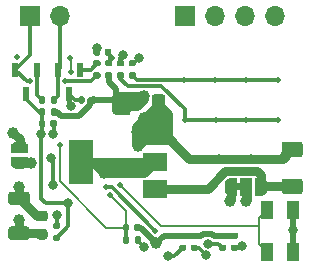
<source format=gbr>
%TF.GenerationSoftware,KiCad,Pcbnew,5.1.9*%
%TF.CreationDate,2021-01-20T22:35:35+01:00*%
%TF.ProjectId,wi-se-rewirable,77692d73-652d-4726-9577-697261626c65,rev?*%
%TF.SameCoordinates,Original*%
%TF.FileFunction,Copper,L4,Bot*%
%TF.FilePolarity,Positive*%
%FSLAX46Y46*%
G04 Gerber Fmt 4.6, Leading zero omitted, Abs format (unit mm)*
G04 Created by KiCad (PCBNEW 5.1.9) date 2021-01-20 22:35:35*
%MOMM*%
%LPD*%
G01*
G04 APERTURE LIST*
%TA.AperFunction,EtchedComponent*%
%ADD10C,0.100000*%
%TD*%
%TA.AperFunction,SMDPad,CuDef*%
%ADD11C,0.100000*%
%TD*%
%TA.AperFunction,SMDPad,CuDef*%
%ADD12R,1.000000X1.500000*%
%TD*%
%TA.AperFunction,ComponentPad*%
%ADD13R,1.700000X1.700000*%
%TD*%
%TA.AperFunction,ComponentPad*%
%ADD14O,1.700000X1.700000*%
%TD*%
%TA.AperFunction,SMDPad,CuDef*%
%ADD15R,0.568000X1.207999*%
%TD*%
%TA.AperFunction,SMDPad,CuDef*%
%ADD16R,2.000000X3.800000*%
%TD*%
%TA.AperFunction,SMDPad,CuDef*%
%ADD17R,2.000000X1.500000*%
%TD*%
%TA.AperFunction,ViaPad*%
%ADD18C,1.000000*%
%TD*%
%TA.AperFunction,ViaPad*%
%ADD19C,0.800000*%
%TD*%
%TA.AperFunction,ViaPad*%
%ADD20C,0.500000*%
%TD*%
%TA.AperFunction,Conductor*%
%ADD21C,0.750000*%
%TD*%
%TA.AperFunction,Conductor*%
%ADD22C,0.500000*%
%TD*%
%TA.AperFunction,Conductor*%
%ADD23C,0.300000*%
%TD*%
%TA.AperFunction,Conductor*%
%ADD24C,0.200000*%
%TD*%
G04 APERTURE END LIST*
D10*
%TO.C,JP17*%
G36*
X122170000Y-79760000D02*
G01*
X122670000Y-79760000D01*
X122670000Y-79160000D01*
X122170000Y-79160000D01*
X122170000Y-79760000D01*
G37*
%TD*%
%TA.AperFunction,SMDPad,CuDef*%
D11*
%TO.P,JP17,3*%
%TO.N,Net-(C1-Pad1)*%
G36*
X124370000Y-78710602D02*
G01*
X124394534Y-78710602D01*
X124443365Y-78715412D01*
X124491490Y-78724984D01*
X124538445Y-78739228D01*
X124583778Y-78758005D01*
X124627051Y-78781136D01*
X124667850Y-78808396D01*
X124705779Y-78839524D01*
X124740476Y-78874221D01*
X124771604Y-78912150D01*
X124798864Y-78952949D01*
X124821995Y-78996222D01*
X124840772Y-79041555D01*
X124855016Y-79088510D01*
X124864588Y-79136635D01*
X124869398Y-79185466D01*
X124869398Y-79210000D01*
X124870000Y-79210000D01*
X124870000Y-79710000D01*
X124869398Y-79710000D01*
X124869398Y-79734534D01*
X124864588Y-79783365D01*
X124855016Y-79831490D01*
X124840772Y-79878445D01*
X124821995Y-79923778D01*
X124798864Y-79967051D01*
X124771604Y-80007850D01*
X124740476Y-80045779D01*
X124705779Y-80080476D01*
X124667850Y-80111604D01*
X124627051Y-80138864D01*
X124583778Y-80161995D01*
X124538445Y-80180772D01*
X124491490Y-80195016D01*
X124443365Y-80204588D01*
X124394534Y-80209398D01*
X124370000Y-80209398D01*
X124370000Y-80210000D01*
X123820000Y-80210000D01*
X123820000Y-78710000D01*
X124370000Y-78710000D01*
X124370000Y-78710602D01*
G37*
%TD.AperFunction*%
D12*
%TO.P,JP17,2*%
%TO.N,VCC*%
X123070000Y-79460000D03*
%TA.AperFunction,SMDPad,CuDef*%
D11*
%TO.P,JP17,1*%
%TO.N,+3V3*%
G36*
X122320000Y-80210000D02*
G01*
X121770000Y-80210000D01*
X121770000Y-80209398D01*
X121745466Y-80209398D01*
X121696635Y-80204588D01*
X121648510Y-80195016D01*
X121601555Y-80180772D01*
X121556222Y-80161995D01*
X121512949Y-80138864D01*
X121472150Y-80111604D01*
X121434221Y-80080476D01*
X121399524Y-80045779D01*
X121368396Y-80007850D01*
X121341136Y-79967051D01*
X121318005Y-79923778D01*
X121299228Y-79878445D01*
X121284984Y-79831490D01*
X121275412Y-79783365D01*
X121270602Y-79734534D01*
X121270602Y-79710000D01*
X121270000Y-79710000D01*
X121270000Y-79210000D01*
X121270602Y-79210000D01*
X121270602Y-79185466D01*
X121275412Y-79136635D01*
X121284984Y-79088510D01*
X121299228Y-79041555D01*
X121318005Y-78996222D01*
X121341136Y-78952949D01*
X121368396Y-78912150D01*
X121399524Y-78874221D01*
X121434221Y-78839524D01*
X121472150Y-78808396D01*
X121512949Y-78781136D01*
X121556222Y-78758005D01*
X121601555Y-78739228D01*
X121648510Y-78724984D01*
X121696635Y-78715412D01*
X121745466Y-78710602D01*
X121770000Y-78710602D01*
X121770000Y-78710000D01*
X122320000Y-78710000D01*
X122320000Y-80210000D01*
G37*
%TD.AperFunction*%
%TD*%
%TO.P,C1,2*%
%TO.N,GND*%
%TA.AperFunction,SMDPad,CuDef*%
G36*
G01*
X127640002Y-76950000D02*
X126339998Y-76950000D01*
G75*
G02*
X126090000Y-76700002I0J249998D01*
G01*
X126090000Y-75874998D01*
G75*
G02*
X126339998Y-75625000I249998J0D01*
G01*
X127640002Y-75625000D01*
G75*
G02*
X127890000Y-75874998I0J-249998D01*
G01*
X127890000Y-76700002D01*
G75*
G02*
X127640002Y-76950000I-249998J0D01*
G01*
G37*
%TD.AperFunction*%
%TO.P,C1,1*%
%TO.N,Net-(C1-Pad1)*%
%TA.AperFunction,SMDPad,CuDef*%
G36*
G01*
X127640002Y-80075000D02*
X126339998Y-80075000D01*
G75*
G02*
X126090000Y-79825002I0J249998D01*
G01*
X126090000Y-78999998D01*
G75*
G02*
X126339998Y-78750000I249998J0D01*
G01*
X127640002Y-78750000D01*
G75*
G02*
X127890000Y-78999998I0J-249998D01*
G01*
X127890000Y-79825002D01*
G75*
G02*
X127640002Y-80075000I-249998J0D01*
G01*
G37*
%TD.AperFunction*%
%TD*%
%TO.P,C2,1*%
%TO.N,+3V3*%
%TA.AperFunction,SMDPad,CuDef*%
G36*
G01*
X112150000Y-73150001D02*
X112150000Y-71849999D01*
G75*
G02*
X112399999Y-71600000I249999J0D01*
G01*
X113050001Y-71600000D01*
G75*
G02*
X113300000Y-71849999I0J-249999D01*
G01*
X113300000Y-73150001D01*
G75*
G02*
X113050001Y-73400000I-249999J0D01*
G01*
X112399999Y-73400000D01*
G75*
G02*
X112150000Y-73150001I0J249999D01*
G01*
G37*
%TD.AperFunction*%
%TO.P,C2,2*%
%TO.N,GND*%
%TA.AperFunction,SMDPad,CuDef*%
G36*
G01*
X115100000Y-73150001D02*
X115100000Y-71849999D01*
G75*
G02*
X115349999Y-71600000I249999J0D01*
G01*
X116000001Y-71600000D01*
G75*
G02*
X116250000Y-71849999I0J-249999D01*
G01*
X116250000Y-73150001D01*
G75*
G02*
X116000001Y-73400000I-249999J0D01*
G01*
X115349999Y-73400000D01*
G75*
G02*
X115100000Y-73150001I0J249999D01*
G01*
G37*
%TD.AperFunction*%
%TD*%
%TO.P,C5,2*%
%TO.N,GND*%
%TA.AperFunction,SMDPad,CuDef*%
G36*
G01*
X104500001Y-81000000D02*
X103199999Y-81000000D01*
G75*
G02*
X102950000Y-80750001I0J249999D01*
G01*
X102950000Y-80099999D01*
G75*
G02*
X103199999Y-79850000I249999J0D01*
G01*
X104500001Y-79850000D01*
G75*
G02*
X104750000Y-80099999I0J-249999D01*
G01*
X104750000Y-80750001D01*
G75*
G02*
X104500001Y-81000000I-249999J0D01*
G01*
G37*
%TD.AperFunction*%
%TO.P,C5,1*%
%TO.N,+3V3*%
%TA.AperFunction,SMDPad,CuDef*%
G36*
G01*
X104500001Y-83950000D02*
X103199999Y-83950000D01*
G75*
G02*
X102950000Y-83700001I0J249999D01*
G01*
X102950000Y-83049999D01*
G75*
G02*
X103199999Y-82800000I249999J0D01*
G01*
X104500001Y-82800000D01*
G75*
G02*
X104750000Y-83049999I0J-249999D01*
G01*
X104750000Y-83700001D01*
G75*
G02*
X104500001Y-83950000I-249999J0D01*
G01*
G37*
%TD.AperFunction*%
%TD*%
%TO.P,C6,1*%
%TO.N,+3V3*%
%TA.AperFunction,SMDPad,CuDef*%
G36*
G01*
X106050000Y-83925000D02*
X105550000Y-83925000D01*
G75*
G02*
X105325000Y-83700000I0J225000D01*
G01*
X105325000Y-83250000D01*
G75*
G02*
X105550000Y-83025000I225000J0D01*
G01*
X106050000Y-83025000D01*
G75*
G02*
X106275000Y-83250000I0J-225000D01*
G01*
X106275000Y-83700000D01*
G75*
G02*
X106050000Y-83925000I-225000J0D01*
G01*
G37*
%TD.AperFunction*%
%TO.P,C6,2*%
%TO.N,GND*%
%TA.AperFunction,SMDPad,CuDef*%
G36*
G01*
X106050000Y-82375000D02*
X105550000Y-82375000D01*
G75*
G02*
X105325000Y-82150000I0J225000D01*
G01*
X105325000Y-81700000D01*
G75*
G02*
X105550000Y-81475000I225000J0D01*
G01*
X106050000Y-81475000D01*
G75*
G02*
X106275000Y-81700000I0J-225000D01*
G01*
X106275000Y-82150000D01*
G75*
G02*
X106050000Y-82375000I-225000J0D01*
G01*
G37*
%TD.AperFunction*%
%TD*%
%TO.P,C7,1*%
%TO.N,BOOT0*%
%TA.AperFunction,SMDPad,CuDef*%
G36*
G01*
X112640000Y-83070000D02*
X112640000Y-82730000D01*
G75*
G02*
X112780000Y-82590000I140000J0D01*
G01*
X113060000Y-82590000D01*
G75*
G02*
X113200000Y-82730000I0J-140000D01*
G01*
X113200000Y-83070000D01*
G75*
G02*
X113060000Y-83210000I-140000J0D01*
G01*
X112780000Y-83210000D01*
G75*
G02*
X112640000Y-83070000I0J140000D01*
G01*
G37*
%TD.AperFunction*%
%TO.P,C7,2*%
%TO.N,GND*%
%TA.AperFunction,SMDPad,CuDef*%
G36*
G01*
X113600000Y-83070000D02*
X113600000Y-82730000D01*
G75*
G02*
X113740000Y-82590000I140000J0D01*
G01*
X114020000Y-82590000D01*
G75*
G02*
X114160000Y-82730000I0J-140000D01*
G01*
X114160000Y-83070000D01*
G75*
G02*
X114020000Y-83210000I-140000J0D01*
G01*
X113740000Y-83210000D01*
G75*
G02*
X113600000Y-83070000I0J140000D01*
G01*
G37*
%TD.AperFunction*%
%TD*%
%TO.P,C8,2*%
%TO.N,GND*%
%TA.AperFunction,SMDPad,CuDef*%
G36*
G01*
X106500000Y-74270000D02*
X106500000Y-73930000D01*
G75*
G02*
X106640000Y-73790000I140000J0D01*
G01*
X106920000Y-73790000D01*
G75*
G02*
X107060000Y-73930000I0J-140000D01*
G01*
X107060000Y-74270000D01*
G75*
G02*
X106920000Y-74410000I-140000J0D01*
G01*
X106640000Y-74410000D01*
G75*
G02*
X106500000Y-74270000I0J140000D01*
G01*
G37*
%TD.AperFunction*%
%TO.P,C8,1*%
%TO.N,EN*%
%TA.AperFunction,SMDPad,CuDef*%
G36*
G01*
X105540000Y-74270000D02*
X105540000Y-73930000D01*
G75*
G02*
X105680000Y-73790000I140000J0D01*
G01*
X105960000Y-73790000D01*
G75*
G02*
X106100000Y-73930000I0J-140000D01*
G01*
X106100000Y-74270000D01*
G75*
G02*
X105960000Y-74410000I-140000J0D01*
G01*
X105680000Y-74410000D01*
G75*
G02*
X105540000Y-74270000I0J140000D01*
G01*
G37*
%TD.AperFunction*%
%TD*%
%TO.P,C9,1*%
%TO.N,RST*%
%TA.AperFunction,SMDPad,CuDef*%
G36*
G01*
X111660000Y-67880000D02*
X111660000Y-68220000D01*
G75*
G02*
X111520000Y-68360000I-140000J0D01*
G01*
X111240000Y-68360000D01*
G75*
G02*
X111100000Y-68220000I0J140000D01*
G01*
X111100000Y-67880000D01*
G75*
G02*
X111240000Y-67740000I140000J0D01*
G01*
X111520000Y-67740000D01*
G75*
G02*
X111660000Y-67880000I0J-140000D01*
G01*
G37*
%TD.AperFunction*%
%TO.P,C9,2*%
%TO.N,GND*%
%TA.AperFunction,SMDPad,CuDef*%
G36*
G01*
X110700000Y-67880000D02*
X110700000Y-68220000D01*
G75*
G02*
X110560000Y-68360000I-140000J0D01*
G01*
X110280000Y-68360000D01*
G75*
G02*
X110140000Y-68220000I0J140000D01*
G01*
X110140000Y-67880000D01*
G75*
G02*
X110280000Y-67740000I140000J0D01*
G01*
X110560000Y-67740000D01*
G75*
G02*
X110700000Y-67880000I0J-140000D01*
G01*
G37*
%TD.AperFunction*%
%TD*%
D13*
%TO.P,J1,1*%
%TO.N,RTS*%
X104750000Y-65000000D03*
D14*
%TO.P,J1,2*%
%TO.N,DTR*%
X107290000Y-65000000D03*
%TD*%
D13*
%TO.P,J2,1*%
%TO.N,LINE1*%
X117920000Y-65000000D03*
D14*
%TO.P,J2,2*%
%TO.N,LINE2*%
X120460000Y-65000000D03*
%TO.P,J2,3*%
%TO.N,LINE3*%
X123000000Y-65000000D03*
%TO.P,J2,4*%
%TO.N,LINE4*%
X125540000Y-65000000D03*
%TD*%
D15*
%TO.P,Q1,3*%
%TO.N,EN*%
X104450000Y-71571000D03*
%TO.P,Q1,2*%
%TO.N,Net-(Q1-Pad2)*%
X105400001Y-69529001D03*
%TO.P,Q1,1*%
%TO.N,RTS*%
X103499999Y-69529001D03*
%TD*%
%TO.P,Q2,1*%
%TO.N,DTR*%
X107149999Y-69529001D03*
%TO.P,Q2,2*%
%TO.N,Net-(Q2-Pad2)*%
X109050001Y-69529001D03*
%TO.P,Q2,3*%
%TO.N,BOOT0*%
X108100000Y-71571000D03*
%TD*%
%TO.P,R1,1*%
%TO.N,GND*%
%TA.AperFunction,SMDPad,CuDef*%
G36*
G01*
X117515000Y-83330000D02*
X117885000Y-83330000D01*
G75*
G02*
X118020000Y-83465000I0J-135000D01*
G01*
X118020000Y-83735000D01*
G75*
G02*
X117885000Y-83870000I-135000J0D01*
G01*
X117515000Y-83870000D01*
G75*
G02*
X117380000Y-83735000I0J135000D01*
G01*
X117380000Y-83465000D01*
G75*
G02*
X117515000Y-83330000I135000J0D01*
G01*
G37*
%TD.AperFunction*%
%TO.P,R1,2*%
%TO.N,Net-(D1-Pad1)*%
%TA.AperFunction,SMDPad,CuDef*%
G36*
G01*
X117515000Y-84350000D02*
X117885000Y-84350000D01*
G75*
G02*
X118020000Y-84485000I0J-135000D01*
G01*
X118020000Y-84755000D01*
G75*
G02*
X117885000Y-84890000I-135000J0D01*
G01*
X117515000Y-84890000D01*
G75*
G02*
X117380000Y-84755000I0J135000D01*
G01*
X117380000Y-84485000D01*
G75*
G02*
X117515000Y-84350000I135000J0D01*
G01*
G37*
%TD.AperFunction*%
%TD*%
%TO.P,R2,2*%
%TO.N,Net-(D2-Pad1)*%
%TA.AperFunction,SMDPad,CuDef*%
G36*
G01*
X118515000Y-84340000D02*
X118885000Y-84340000D01*
G75*
G02*
X119020000Y-84475000I0J-135000D01*
G01*
X119020000Y-84745000D01*
G75*
G02*
X118885000Y-84880000I-135000J0D01*
G01*
X118515000Y-84880000D01*
G75*
G02*
X118380000Y-84745000I0J135000D01*
G01*
X118380000Y-84475000D01*
G75*
G02*
X118515000Y-84340000I135000J0D01*
G01*
G37*
%TD.AperFunction*%
%TO.P,R2,1*%
%TO.N,GND*%
%TA.AperFunction,SMDPad,CuDef*%
G36*
G01*
X118515000Y-83320000D02*
X118885000Y-83320000D01*
G75*
G02*
X119020000Y-83455000I0J-135000D01*
G01*
X119020000Y-83725000D01*
G75*
G02*
X118885000Y-83860000I-135000J0D01*
G01*
X118515000Y-83860000D01*
G75*
G02*
X118380000Y-83725000I0J135000D01*
G01*
X118380000Y-83455000D01*
G75*
G02*
X118515000Y-83320000I135000J0D01*
G01*
G37*
%TD.AperFunction*%
%TD*%
%TO.P,R3,2*%
%TO.N,Net-(D3-Pad1)*%
%TA.AperFunction,SMDPad,CuDef*%
G36*
G01*
X121915000Y-84350000D02*
X122285000Y-84350000D01*
G75*
G02*
X122420000Y-84485000I0J-135000D01*
G01*
X122420000Y-84755000D01*
G75*
G02*
X122285000Y-84890000I-135000J0D01*
G01*
X121915000Y-84890000D01*
G75*
G02*
X121780000Y-84755000I0J135000D01*
G01*
X121780000Y-84485000D01*
G75*
G02*
X121915000Y-84350000I135000J0D01*
G01*
G37*
%TD.AperFunction*%
%TO.P,R3,1*%
%TO.N,GND*%
%TA.AperFunction,SMDPad,CuDef*%
G36*
G01*
X121915000Y-83330000D02*
X122285000Y-83330000D01*
G75*
G02*
X122420000Y-83465000I0J-135000D01*
G01*
X122420000Y-83735000D01*
G75*
G02*
X122285000Y-83870000I-135000J0D01*
G01*
X121915000Y-83870000D01*
G75*
G02*
X121780000Y-83735000I0J135000D01*
G01*
X121780000Y-83465000D01*
G75*
G02*
X121915000Y-83330000I135000J0D01*
G01*
G37*
%TD.AperFunction*%
%TD*%
%TO.P,R4,2*%
%TO.N,Net-(D4-Pad1)*%
%TA.AperFunction,SMDPad,CuDef*%
G36*
G01*
X120915000Y-84350000D02*
X121285000Y-84350000D01*
G75*
G02*
X121420000Y-84485000I0J-135000D01*
G01*
X121420000Y-84755000D01*
G75*
G02*
X121285000Y-84890000I-135000J0D01*
G01*
X120915000Y-84890000D01*
G75*
G02*
X120780000Y-84755000I0J135000D01*
G01*
X120780000Y-84485000D01*
G75*
G02*
X120915000Y-84350000I135000J0D01*
G01*
G37*
%TD.AperFunction*%
%TO.P,R4,1*%
%TO.N,GND*%
%TA.AperFunction,SMDPad,CuDef*%
G36*
G01*
X120915000Y-83330000D02*
X121285000Y-83330000D01*
G75*
G02*
X121420000Y-83465000I0J-135000D01*
G01*
X121420000Y-83735000D01*
G75*
G02*
X121285000Y-83870000I-135000J0D01*
G01*
X120915000Y-83870000D01*
G75*
G02*
X120780000Y-83735000I0J135000D01*
G01*
X120780000Y-83465000D01*
G75*
G02*
X120915000Y-83330000I135000J0D01*
G01*
G37*
%TD.AperFunction*%
%TD*%
%TO.P,R5,1*%
%TO.N,+3V3*%
%TA.AperFunction,SMDPad,CuDef*%
G36*
G01*
X110430000Y-71915000D02*
X110430000Y-72285000D01*
G75*
G02*
X110295000Y-72420000I-135000J0D01*
G01*
X110025000Y-72420000D01*
G75*
G02*
X109890000Y-72285000I0J135000D01*
G01*
X109890000Y-71915000D01*
G75*
G02*
X110025000Y-71780000I135000J0D01*
G01*
X110295000Y-71780000D01*
G75*
G02*
X110430000Y-71915000I0J-135000D01*
G01*
G37*
%TD.AperFunction*%
%TO.P,R5,2*%
%TO.N,BOOT0*%
%TA.AperFunction,SMDPad,CuDef*%
G36*
G01*
X109410000Y-71915000D02*
X109410000Y-72285000D01*
G75*
G02*
X109275000Y-72420000I-135000J0D01*
G01*
X109005000Y-72420000D01*
G75*
G02*
X108870000Y-72285000I0J135000D01*
G01*
X108870000Y-71915000D01*
G75*
G02*
X109005000Y-71780000I135000J0D01*
G01*
X109275000Y-71780000D01*
G75*
G02*
X109410000Y-71915000I0J-135000D01*
G01*
G37*
%TD.AperFunction*%
%TD*%
%TO.P,R6,2*%
%TO.N,EN*%
%TA.AperFunction,SMDPad,CuDef*%
G36*
G01*
X106060000Y-72915000D02*
X106060000Y-73285000D01*
G75*
G02*
X105925000Y-73420000I-135000J0D01*
G01*
X105655000Y-73420000D01*
G75*
G02*
X105520000Y-73285000I0J135000D01*
G01*
X105520000Y-72915000D01*
G75*
G02*
X105655000Y-72780000I135000J0D01*
G01*
X105925000Y-72780000D01*
G75*
G02*
X106060000Y-72915000I0J-135000D01*
G01*
G37*
%TD.AperFunction*%
%TO.P,R6,1*%
%TO.N,+3V3*%
%TA.AperFunction,SMDPad,CuDef*%
G36*
G01*
X107080000Y-72915000D02*
X107080000Y-73285000D01*
G75*
G02*
X106945000Y-73420000I-135000J0D01*
G01*
X106675000Y-73420000D01*
G75*
G02*
X106540000Y-73285000I0J135000D01*
G01*
X106540000Y-72915000D01*
G75*
G02*
X106675000Y-72780000I135000J0D01*
G01*
X106945000Y-72780000D01*
G75*
G02*
X107080000Y-72915000I0J-135000D01*
G01*
G37*
%TD.AperFunction*%
%TD*%
%TO.P,R7,1*%
%TO.N,+3V3*%
%TA.AperFunction,SMDPad,CuDef*%
G36*
G01*
X111635000Y-70280000D02*
X111265000Y-70280000D01*
G75*
G02*
X111130000Y-70145000I0J135000D01*
G01*
X111130000Y-69875000D01*
G75*
G02*
X111265000Y-69740000I135000J0D01*
G01*
X111635000Y-69740000D01*
G75*
G02*
X111770000Y-69875000I0J-135000D01*
G01*
X111770000Y-70145000D01*
G75*
G02*
X111635000Y-70280000I-135000J0D01*
G01*
G37*
%TD.AperFunction*%
%TO.P,R7,2*%
%TO.N,RST*%
%TA.AperFunction,SMDPad,CuDef*%
G36*
G01*
X111635000Y-69260000D02*
X111265000Y-69260000D01*
G75*
G02*
X111130000Y-69125000I0J135000D01*
G01*
X111130000Y-68855000D01*
G75*
G02*
X111265000Y-68720000I135000J0D01*
G01*
X111635000Y-68720000D01*
G75*
G02*
X111770000Y-68855000I0J-135000D01*
G01*
X111770000Y-69125000D01*
G75*
G02*
X111635000Y-69260000I-135000J0D01*
G01*
G37*
%TD.AperFunction*%
%TD*%
%TO.P,R8,2*%
%TO.N,DTR*%
%TA.AperFunction,SMDPad,CuDef*%
G36*
G01*
X106540000Y-72285000D02*
X106540000Y-71915000D01*
G75*
G02*
X106675000Y-71780000I135000J0D01*
G01*
X106945000Y-71780000D01*
G75*
G02*
X107080000Y-71915000I0J-135000D01*
G01*
X107080000Y-72285000D01*
G75*
G02*
X106945000Y-72420000I-135000J0D01*
G01*
X106675000Y-72420000D01*
G75*
G02*
X106540000Y-72285000I0J135000D01*
G01*
G37*
%TD.AperFunction*%
%TO.P,R8,1*%
%TO.N,Net-(Q1-Pad2)*%
%TA.AperFunction,SMDPad,CuDef*%
G36*
G01*
X105520000Y-72285000D02*
X105520000Y-71915000D01*
G75*
G02*
X105655000Y-71780000I135000J0D01*
G01*
X105925000Y-71780000D01*
G75*
G02*
X106060000Y-71915000I0J-135000D01*
G01*
X106060000Y-72285000D01*
G75*
G02*
X105925000Y-72420000I-135000J0D01*
G01*
X105655000Y-72420000D01*
G75*
G02*
X105520000Y-72285000I0J135000D01*
G01*
G37*
%TD.AperFunction*%
%TD*%
%TO.P,R9,1*%
%TO.N,Net-(Q2-Pad2)*%
%TA.AperFunction,SMDPad,CuDef*%
G36*
G01*
X110265000Y-68720000D02*
X110635000Y-68720000D01*
G75*
G02*
X110770000Y-68855000I0J-135000D01*
G01*
X110770000Y-69125000D01*
G75*
G02*
X110635000Y-69260000I-135000J0D01*
G01*
X110265000Y-69260000D01*
G75*
G02*
X110130000Y-69125000I0J135000D01*
G01*
X110130000Y-68855000D01*
G75*
G02*
X110265000Y-68720000I135000J0D01*
G01*
G37*
%TD.AperFunction*%
%TO.P,R9,2*%
%TO.N,RTS*%
%TA.AperFunction,SMDPad,CuDef*%
G36*
G01*
X110265000Y-69740000D02*
X110635000Y-69740000D01*
G75*
G02*
X110770000Y-69875000I0J-135000D01*
G01*
X110770000Y-70145000D01*
G75*
G02*
X110635000Y-70280000I-135000J0D01*
G01*
X110265000Y-70280000D01*
G75*
G02*
X110130000Y-70145000I0J135000D01*
G01*
X110130000Y-69875000D01*
G75*
G02*
X110265000Y-69740000I135000J0D01*
G01*
G37*
%TD.AperFunction*%
%TD*%
%TO.P,R11,1*%
%TO.N,Net-(R11-Pad1)*%
%TA.AperFunction,SMDPad,CuDef*%
G36*
G01*
X113265000Y-68720000D02*
X113635000Y-68720000D01*
G75*
G02*
X113770000Y-68855000I0J-135000D01*
G01*
X113770000Y-69125000D01*
G75*
G02*
X113635000Y-69260000I-135000J0D01*
G01*
X113265000Y-69260000D01*
G75*
G02*
X113130000Y-69125000I0J135000D01*
G01*
X113130000Y-68855000D01*
G75*
G02*
X113265000Y-68720000I135000J0D01*
G01*
G37*
%TD.AperFunction*%
%TO.P,R11,2*%
%TO.N,RXD*%
%TA.AperFunction,SMDPad,CuDef*%
G36*
G01*
X113265000Y-69740000D02*
X113635000Y-69740000D01*
G75*
G02*
X113770000Y-69875000I0J-135000D01*
G01*
X113770000Y-70145000D01*
G75*
G02*
X113635000Y-70280000I-135000J0D01*
G01*
X113265000Y-70280000D01*
G75*
G02*
X113130000Y-70145000I0J135000D01*
G01*
X113130000Y-69875000D01*
G75*
G02*
X113265000Y-69740000I135000J0D01*
G01*
G37*
%TD.AperFunction*%
%TD*%
%TO.P,R12,1*%
%TO.N,Net-(R12-Pad1)*%
%TA.AperFunction,SMDPad,CuDef*%
G36*
G01*
X112265000Y-68720000D02*
X112635000Y-68720000D01*
G75*
G02*
X112770000Y-68855000I0J-135000D01*
G01*
X112770000Y-69125000D01*
G75*
G02*
X112635000Y-69260000I-135000J0D01*
G01*
X112265000Y-69260000D01*
G75*
G02*
X112130000Y-69125000I0J135000D01*
G01*
X112130000Y-68855000D01*
G75*
G02*
X112265000Y-68720000I135000J0D01*
G01*
G37*
%TD.AperFunction*%
%TO.P,R12,2*%
%TO.N,TXD*%
%TA.AperFunction,SMDPad,CuDef*%
G36*
G01*
X112265000Y-69740000D02*
X112635000Y-69740000D01*
G75*
G02*
X112770000Y-69875000I0J-135000D01*
G01*
X112770000Y-70145000D01*
G75*
G02*
X112635000Y-70280000I-135000J0D01*
G01*
X112265000Y-70280000D01*
G75*
G02*
X112130000Y-70145000I0J135000D01*
G01*
X112130000Y-69875000D01*
G75*
G02*
X112265000Y-69740000I135000J0D01*
G01*
G37*
%TD.AperFunction*%
%TD*%
D16*
%TO.P,U1,2*%
%TO.N,Net-(JP18-Pad1)*%
X109110000Y-77310000D03*
D17*
X115410000Y-77310000D03*
%TO.P,U1,3*%
%TO.N,Net-(C1-Pad1)*%
X115410000Y-79610000D03*
%TO.P,U1,1*%
%TO.N,GND*%
X115410000Y-75010000D03*
%TD*%
%TO.P,R10,1*%
%TO.N,Net-(R10-Pad1)*%
%TA.AperFunction,SMDPad,CuDef*%
G36*
G01*
X106865000Y-82470000D02*
X107235000Y-82470000D01*
G75*
G02*
X107370000Y-82605000I0J-135000D01*
G01*
X107370000Y-82875000D01*
G75*
G02*
X107235000Y-83010000I-135000J0D01*
G01*
X106865000Y-83010000D01*
G75*
G02*
X106730000Y-82875000I0J135000D01*
G01*
X106730000Y-82605000D01*
G75*
G02*
X106865000Y-82470000I135000J0D01*
G01*
G37*
%TD.AperFunction*%
%TO.P,R10,2*%
%TO.N,EN*%
%TA.AperFunction,SMDPad,CuDef*%
G36*
G01*
X106865000Y-83490000D02*
X107235000Y-83490000D01*
G75*
G02*
X107370000Y-83625000I0J-135000D01*
G01*
X107370000Y-83895000D01*
G75*
G02*
X107235000Y-84030000I-135000J0D01*
G01*
X106865000Y-84030000D01*
G75*
G02*
X106730000Y-83895000I0J135000D01*
G01*
X106730000Y-83625000D01*
G75*
G02*
X106865000Y-83490000I135000J0D01*
G01*
G37*
%TD.AperFunction*%
%TD*%
%TO.P,R13,2*%
%TO.N,Net-(R13-Pad2)*%
%TA.AperFunction,SMDPad,CuDef*%
G36*
G01*
X113640000Y-84135000D02*
X113640000Y-83765000D01*
G75*
G02*
X113775000Y-83630000I135000J0D01*
G01*
X114045000Y-83630000D01*
G75*
G02*
X114180000Y-83765000I0J-135000D01*
G01*
X114180000Y-84135000D01*
G75*
G02*
X114045000Y-84270000I-135000J0D01*
G01*
X113775000Y-84270000D01*
G75*
G02*
X113640000Y-84135000I0J135000D01*
G01*
G37*
%TD.AperFunction*%
%TO.P,R13,1*%
%TO.N,BOOT0*%
%TA.AperFunction,SMDPad,CuDef*%
G36*
G01*
X112620000Y-84135000D02*
X112620000Y-83765000D01*
G75*
G02*
X112755000Y-83630000I135000J0D01*
G01*
X113025000Y-83630000D01*
G75*
G02*
X113160000Y-83765000I0J-135000D01*
G01*
X113160000Y-84135000D01*
G75*
G02*
X113025000Y-84270000I-135000J0D01*
G01*
X112755000Y-84270000D01*
G75*
G02*
X112620000Y-84135000I0J135000D01*
G01*
G37*
%TD.AperFunction*%
%TD*%
%TA.AperFunction,SMDPad,CuDef*%
D11*
%TO.P,JP18,1*%
%TO.N,Net-(JP18-Pad1)*%
G36*
X104650000Y-76920000D02*
G01*
X104650000Y-77420000D01*
X104649398Y-77420000D01*
X104649398Y-77444534D01*
X104644588Y-77493365D01*
X104635016Y-77541490D01*
X104620772Y-77588445D01*
X104601995Y-77633778D01*
X104578864Y-77677051D01*
X104551604Y-77717850D01*
X104520476Y-77755779D01*
X104485779Y-77790476D01*
X104447850Y-77821604D01*
X104407051Y-77848864D01*
X104363778Y-77871995D01*
X104318445Y-77890772D01*
X104271490Y-77905016D01*
X104223365Y-77914588D01*
X104174534Y-77919398D01*
X104150000Y-77919398D01*
X104150000Y-77920000D01*
X103650000Y-77920000D01*
X103650000Y-77919398D01*
X103625466Y-77919398D01*
X103576635Y-77914588D01*
X103528510Y-77905016D01*
X103481555Y-77890772D01*
X103436222Y-77871995D01*
X103392949Y-77848864D01*
X103352150Y-77821604D01*
X103314221Y-77790476D01*
X103279524Y-77755779D01*
X103248396Y-77717850D01*
X103221136Y-77677051D01*
X103198005Y-77633778D01*
X103179228Y-77588445D01*
X103164984Y-77541490D01*
X103155412Y-77493365D01*
X103150602Y-77444534D01*
X103150602Y-77420000D01*
X103150000Y-77420000D01*
X103150000Y-76920000D01*
X104650000Y-76920000D01*
G37*
%TD.AperFunction*%
%TA.AperFunction,SMDPad,CuDef*%
%TO.P,JP18,2*%
%TO.N,+3V3*%
G36*
X103150602Y-76120000D02*
G01*
X103150602Y-76095466D01*
X103155412Y-76046635D01*
X103164984Y-75998510D01*
X103179228Y-75951555D01*
X103198005Y-75906222D01*
X103221136Y-75862949D01*
X103248396Y-75822150D01*
X103279524Y-75784221D01*
X103314221Y-75749524D01*
X103352150Y-75718396D01*
X103392949Y-75691136D01*
X103436222Y-75668005D01*
X103481555Y-75649228D01*
X103528510Y-75634984D01*
X103576635Y-75625412D01*
X103625466Y-75620602D01*
X103650000Y-75620602D01*
X103650000Y-75620000D01*
X104150000Y-75620000D01*
X104150000Y-75620602D01*
X104174534Y-75620602D01*
X104223365Y-75625412D01*
X104271490Y-75634984D01*
X104318445Y-75649228D01*
X104363778Y-75668005D01*
X104407051Y-75691136D01*
X104447850Y-75718396D01*
X104485779Y-75749524D01*
X104520476Y-75784221D01*
X104551604Y-75822150D01*
X104578864Y-75862949D01*
X104601995Y-75906222D01*
X104620772Y-75951555D01*
X104635016Y-75998510D01*
X104644588Y-76046635D01*
X104649398Y-76095466D01*
X104649398Y-76120000D01*
X104650000Y-76120000D01*
X104650000Y-76620000D01*
X103150000Y-76620000D01*
X103150000Y-76120000D01*
X103150602Y-76120000D01*
G37*
%TD.AperFunction*%
%TD*%
D12*
%TO.P,SW2,1*%
%TO.N,GND*%
X127025000Y-84950000D03*
%TO.P,SW2,2*%
%TO.N,BOOT0*%
X124825000Y-84950000D03*
X124825000Y-81450000D03*
%TO.P,SW2,1*%
%TO.N,GND*%
X127025000Y-81450000D03*
%TD*%
D18*
%TO.N,VCC*%
X123100000Y-80625000D03*
D19*
%TO.N,GND*%
X118260000Y-77090000D03*
X123490000Y-77090000D03*
X126010000Y-77080000D03*
D20*
X103700000Y-68450000D03*
D18*
X113850000Y-74850000D03*
X114425000Y-73600000D03*
D19*
X110466252Y-67700000D03*
X106750000Y-74950000D03*
D18*
X103850000Y-79450000D03*
X115479044Y-84229269D03*
D19*
X120784034Y-77100965D03*
X127025000Y-83100000D03*
D18*
X113900000Y-76000000D03*
%TO.N,+3V3*%
X103850000Y-82250000D03*
X113400000Y-72500000D03*
X103375000Y-74860000D03*
X114400000Y-71750010D03*
X121725000Y-80625000D03*
D19*
%TO.N,EN*%
X105751724Y-75008722D03*
X108000000Y-80850000D03*
%TO.N,BOOT0*%
X108300000Y-72589998D03*
D20*
X107350000Y-75900000D03*
X111570598Y-80179402D03*
X112419128Y-79330872D03*
%TO.N,RST*%
X111702357Y-68520734D03*
X108250000Y-69750000D03*
X108150000Y-68550000D03*
%TO.N,LED_WIFI*%
X115394863Y-83155137D03*
X111200000Y-79500000D03*
D19*
X106706295Y-79265037D03*
X106600000Y-77020000D03*
%TO.N,Net-(D1-Pad1)*%
X116500000Y-85300000D03*
%TO.N,Net-(D2-Pad1)*%
X119700000Y-85250000D03*
%TO.N,Net-(D3-Pad1)*%
X122700000Y-84450000D03*
%TO.N,Net-(D4-Pad1)*%
X119816841Y-84256848D03*
D20*
%TO.N,TXD*%
X120500000Y-73800000D03*
X117900000Y-73800000D03*
X123100000Y-73800000D03*
X125750000Y-73800000D03*
%TO.N,RXD*%
X117850000Y-70400000D03*
X120450000Y-70400000D03*
X123100000Y-70400000D03*
X125750000Y-70400000D03*
%TO.N,RTS*%
X107793316Y-70517571D03*
X104800001Y-70520818D03*
D19*
%TO.N,Net-(R10-Pad1)*%
X107050000Y-81800000D03*
%TO.N,Net-(R11-Pad1)*%
X114050000Y-68550000D03*
%TO.N,Net-(R12-Pad1)*%
X112677118Y-68321076D03*
%TO.N,Net-(R13-Pad2)*%
X114415030Y-84508335D03*
D18*
%TO.N,Net-(JP18-Pad1)*%
X104901724Y-77420000D03*
X111020000Y-78250000D03*
%TD*%
D21*
%TO.N,VCC*%
X123125000Y-79515000D02*
X123070000Y-79460000D01*
X123125000Y-80575000D02*
X123125000Y-79515000D01*
D22*
%TO.N,GND*%
X125900000Y-77150000D02*
X126000000Y-77050000D01*
X118260000Y-77090000D02*
X118767500Y-77090000D01*
X118260000Y-77090000D02*
X123490000Y-77090000D01*
X126000000Y-77090000D02*
X126010000Y-77080000D01*
X123490000Y-77090000D02*
X126000000Y-77090000D01*
D21*
X115675000Y-74745000D02*
X115410000Y-75010000D01*
X115675000Y-72500000D02*
X115675000Y-74745000D01*
X115675000Y-72500000D02*
X115675000Y-74505000D01*
X117585000Y-76415000D02*
X118260000Y-77090000D01*
X115675000Y-74505000D02*
X117585000Y-76415000D01*
X105350000Y-81925000D02*
X103850000Y-80425000D01*
X105800000Y-81925000D02*
X105350000Y-81925000D01*
X114890000Y-75010000D02*
X113900000Y-76000000D01*
X115410000Y-75010000D02*
X114890000Y-75010000D01*
X114060000Y-75010000D02*
X113800000Y-74750000D01*
X115410000Y-75010000D02*
X114060000Y-75010000D01*
X115410000Y-74660000D02*
X114450000Y-73700000D01*
X115410000Y-75010000D02*
X115410000Y-74660000D01*
X115650000Y-72500000D02*
X114450000Y-73700000D01*
X115675000Y-72500000D02*
X115650000Y-72500000D01*
X115675000Y-72500000D02*
X115675000Y-73425000D01*
X115675000Y-73425000D02*
X115350000Y-73750000D01*
X113800000Y-75900000D02*
X113900000Y-76000000D01*
X113800000Y-74750000D02*
X113800000Y-75900000D01*
X113800000Y-74350000D02*
X114450000Y-73700000D01*
X113800000Y-74750000D02*
X113800000Y-74350000D01*
X114450000Y-74620000D02*
X114060000Y-75010000D01*
X114450000Y-73700000D02*
X114450000Y-74620000D01*
X116670001Y-75500001D02*
X118260000Y-77090000D01*
X114399999Y-75500001D02*
X116670001Y-75500001D01*
X113900000Y-76000000D02*
X114399999Y-75500001D01*
X116450000Y-75280000D02*
X118260000Y-77090000D01*
X115410000Y-75010000D02*
X115490000Y-75010000D01*
X116450000Y-74050000D02*
X116450000Y-75280000D01*
X115675000Y-72500000D02*
X116450000Y-73275000D01*
X116375000Y-73425000D02*
X116450000Y-73350000D01*
X115675000Y-73425000D02*
X116375000Y-73425000D01*
X116450000Y-73350000D02*
X116450000Y-74050000D01*
X116450000Y-73275000D02*
X116450000Y-73350000D01*
X115675000Y-73625000D02*
X116275000Y-74225000D01*
X115675000Y-72500000D02*
X115675000Y-73625000D01*
X116275000Y-74225000D02*
X116450000Y-74050000D01*
X115490000Y-75010000D02*
X116275000Y-74225000D01*
D23*
X110420000Y-67746252D02*
X110466252Y-67700000D01*
X110420000Y-68050000D02*
X110420000Y-67746252D01*
X106780000Y-74920000D02*
X106750000Y-74950000D01*
X106780000Y-74100000D02*
X106780000Y-74920000D01*
D21*
X103850000Y-80425000D02*
X103850000Y-79450000D01*
D22*
X114149775Y-82900000D02*
X113880000Y-82900000D01*
X115479044Y-84229269D02*
X114149775Y-82900000D01*
X116108313Y-83600000D02*
X117700000Y-83600000D01*
X115479044Y-84229269D02*
X116108313Y-83600000D01*
X118690000Y-83600000D02*
X118700000Y-83590000D01*
X117700000Y-83600000D02*
X118690000Y-83600000D01*
X119408840Y-83406847D02*
X120206847Y-83406847D01*
X119225687Y-83590000D02*
X119408840Y-83406847D01*
X118700000Y-83590000D02*
X119225687Y-83590000D01*
X120400000Y-83600000D02*
X121100000Y-83600000D01*
X120206847Y-83406847D02*
X120400000Y-83600000D01*
X121100000Y-83600000D02*
X122100000Y-83600000D01*
D21*
X126390000Y-76700000D02*
X126010000Y-77080000D01*
X118270000Y-77080000D02*
X118260000Y-77090000D01*
X126010000Y-77080000D02*
X118270000Y-77080000D01*
X116180000Y-75010000D02*
X115410000Y-75010000D01*
X118260000Y-77090000D02*
X116180000Y-75010000D01*
X126197500Y-77080000D02*
X126990000Y-76287500D01*
X126010000Y-77080000D02*
X126197500Y-77080000D01*
D22*
X127025000Y-81450000D02*
X127025000Y-83100000D01*
X127025000Y-83100000D02*
X127025000Y-84950000D01*
D21*
%TO.N,+3V3*%
X105700000Y-83375000D02*
X105800000Y-83475000D01*
X103850000Y-83375000D02*
X105700000Y-83375000D01*
X103850000Y-83375000D02*
X103850000Y-82250000D01*
X121770000Y-79460000D02*
X121770000Y-80316707D01*
X103900000Y-75385000D02*
X103375000Y-74860000D01*
X103900000Y-76120000D02*
X103900000Y-75385000D01*
X112725000Y-72500000D02*
X113405000Y-71820000D01*
X114330010Y-71820000D02*
X114400000Y-71750010D01*
X113405000Y-71820000D02*
X114330010Y-71820000D01*
X114400000Y-72055668D02*
X113830668Y-72625000D01*
X114400000Y-71750010D02*
X114400000Y-72055668D01*
X112850000Y-72625000D02*
X112725000Y-72500000D01*
X113830668Y-72625000D02*
X112850000Y-72625000D01*
X112149990Y-71750010D02*
X112062500Y-71837500D01*
X114400000Y-71750010D02*
X112149990Y-71750010D01*
X112062500Y-71837500D02*
X112062500Y-72972500D01*
X112535000Y-72500000D02*
X112725000Y-72500000D01*
X112062500Y-72972500D02*
X112535000Y-72500000D01*
X112725000Y-72500000D02*
X112790000Y-72500000D01*
D23*
X112325000Y-72100000D02*
X112725000Y-72500000D01*
D22*
X111450000Y-70580000D02*
X111450000Y-70010000D01*
X112062500Y-71192500D02*
X111450000Y-70580000D01*
X112062500Y-71837500D02*
X112062500Y-71192500D01*
X111980000Y-72100000D02*
X110160000Y-72100000D01*
D23*
X111980000Y-72100000D02*
X112325000Y-72100000D01*
D22*
X107080000Y-73100000D02*
X106810000Y-73100000D01*
X107419999Y-73439999D02*
X107080000Y-73100000D01*
X108947331Y-73439999D02*
X107419999Y-73439999D01*
X109860010Y-72527320D02*
X108947331Y-73439999D01*
X109860010Y-72129990D02*
X109860010Y-72527320D01*
X109890000Y-72100000D02*
X109860010Y-72129990D01*
X110160000Y-72100000D02*
X109890000Y-72100000D01*
D21*
X121770000Y-80555000D02*
X121750000Y-80575000D01*
X121770000Y-80316707D02*
X121770000Y-80555000D01*
D23*
%TO.N,EN*%
X105820000Y-73130000D02*
X105790000Y-73100000D01*
X105820000Y-74100000D02*
X105820000Y-73130000D01*
X105520000Y-73100000D02*
X104450000Y-72030000D01*
X104450000Y-72030000D02*
X104450000Y-71571000D01*
X105790000Y-73100000D02*
X105520000Y-73100000D01*
X105820000Y-74940446D02*
X105751724Y-75008722D01*
X105820000Y-74100000D02*
X105820000Y-74940446D01*
X107050000Y-83745908D02*
X107050000Y-83760000D01*
X108000000Y-82795908D02*
X107050000Y-83745908D01*
X108000000Y-80850000D02*
X108000000Y-82795908D01*
X105751724Y-79420468D02*
X105751724Y-75008722D01*
X105751724Y-80476724D02*
X105751724Y-79420468D01*
X106125000Y-80850000D02*
X105751724Y-80476724D01*
X108000000Y-80850000D02*
X106125000Y-80850000D01*
%TO.N,BOOT0*%
X108629000Y-72100000D02*
X108100000Y-71571000D01*
X109140000Y-72100000D02*
X108629000Y-72100000D01*
X108100000Y-72389998D02*
X108300000Y-72589998D01*
X108100000Y-71571000D02*
X108100000Y-72389998D01*
X112920000Y-83920000D02*
X112890000Y-83950000D01*
X112920000Y-82900000D02*
X112920000Y-83920000D01*
D24*
X107350000Y-78990002D02*
X107350000Y-75900000D01*
X111259998Y-82900000D02*
X107350000Y-78990002D01*
X112920000Y-82900000D02*
X111259998Y-82900000D01*
X112920000Y-81528804D02*
X111570598Y-80179402D01*
X112920000Y-82900000D02*
X112920000Y-81528804D01*
X112419128Y-79330872D02*
X115868257Y-82780001D01*
X115868257Y-82780001D02*
X124179997Y-82780001D01*
X124179997Y-82095003D02*
X124825000Y-81450000D01*
X124179997Y-82780001D02*
X124179997Y-82095003D01*
X124179997Y-84304997D02*
X124825000Y-84950000D01*
X124179997Y-82780001D02*
X124179997Y-84304997D01*
%TO.N,RST*%
X111450000Y-68120000D02*
X111380000Y-68050000D01*
X111450000Y-68990000D02*
X111450000Y-68120000D01*
X111450000Y-68773091D02*
X111702357Y-68520734D01*
X111450000Y-68990000D02*
X111450000Y-68773091D01*
X111702357Y-68372357D02*
X111380000Y-68050000D01*
X111702357Y-68520734D02*
X111702357Y-68372357D01*
X108250000Y-68650000D02*
X108150000Y-68550000D01*
X108250000Y-69750000D02*
X108250000Y-68650000D01*
D23*
%TO.N,LED_WIFI*%
X111739726Y-79500000D02*
X111200000Y-79500000D01*
X115394863Y-83155137D02*
X111739726Y-79500000D01*
X106706295Y-77126295D02*
X106600000Y-77020000D01*
X106706295Y-79265037D02*
X106706295Y-77126295D01*
%TO.N,Net-(D1-Pad1)*%
X117020000Y-85300000D02*
X117700000Y-84620000D01*
X116500000Y-85300000D02*
X117020000Y-85300000D01*
%TO.N,Net-(D2-Pad1)*%
X119060000Y-84610000D02*
X119750000Y-85300000D01*
X118700000Y-84610000D02*
X119060000Y-84610000D01*
%TO.N,Net-(D3-Pad1)*%
X122530000Y-84620000D02*
X122700000Y-84450000D01*
X122100000Y-84620000D02*
X122530000Y-84620000D01*
%TO.N,Net-(D4-Pad1)*%
X120736848Y-84256848D02*
X121100000Y-84620000D01*
X119816841Y-84256848D02*
X120736848Y-84256848D01*
%TO.N,TXD*%
X123100000Y-73800000D02*
X125750000Y-73800000D01*
X120500000Y-73800000D02*
X123100000Y-73800000D01*
X117900000Y-73800000D02*
X120500000Y-73800000D01*
X113070010Y-70900010D02*
X112450000Y-70280000D01*
X112450000Y-70280000D02*
X112450000Y-70010000D01*
X115898556Y-70900010D02*
X113070010Y-70900010D01*
X117900000Y-72901454D02*
X115898556Y-70900010D01*
X117900000Y-73800000D02*
X117900000Y-72901454D01*
%TO.N,RXD*%
X117850000Y-70400000D02*
X120450000Y-70400000D01*
X123100000Y-70400000D02*
X125750000Y-70400000D01*
X120450000Y-70400000D02*
X123100000Y-70400000D01*
X113840000Y-70400000D02*
X113450000Y-70010000D01*
X117850000Y-70400000D02*
X113840000Y-70400000D01*
%TO.N,DTR*%
X107290000Y-69389000D02*
X107149999Y-69529001D01*
X107290000Y-65000000D02*
X107290000Y-69389000D01*
X107149999Y-71760001D02*
X106810000Y-72100000D01*
X107149999Y-69529001D02*
X107149999Y-71760001D01*
%TO.N,RTS*%
X104750000Y-68279000D02*
X103499999Y-69529001D01*
X104750000Y-65000000D02*
X104750000Y-68279000D01*
X109942429Y-70517571D02*
X107793316Y-70517571D01*
X110450000Y-70010000D02*
X109942429Y-70517571D01*
X104491816Y-70520818D02*
X103499999Y-69529001D01*
X104800001Y-70520818D02*
X104491816Y-70520818D01*
%TO.N,Net-(Q1-Pad2)*%
X105400001Y-71710001D02*
X105790000Y-72100000D01*
X105400001Y-69529001D02*
X105400001Y-71710001D01*
%TO.N,Net-(Q2-Pad2)*%
X109910999Y-69529001D02*
X110450000Y-68990000D01*
X109050001Y-69529001D02*
X109910999Y-69529001D01*
%TO.N,Net-(R10-Pad1)*%
X107050000Y-82740000D02*
X107050000Y-81800000D01*
%TO.N,Net-(R11-Pad1)*%
X113610000Y-68990000D02*
X114050000Y-68550000D01*
X113450000Y-68990000D02*
X113610000Y-68990000D01*
%TO.N,Net-(R12-Pad1)*%
X112450000Y-68548194D02*
X112677118Y-68321076D01*
X112450000Y-68990000D02*
X112450000Y-68548194D01*
%TO.N,Net-(R13-Pad2)*%
X113910000Y-84003305D02*
X114415030Y-84508335D01*
X113910000Y-83950000D02*
X113910000Y-84003305D01*
D21*
%TO.N,Net-(C1-Pad1)*%
X124360000Y-79360000D02*
X126525000Y-79360000D01*
X124370000Y-78474998D02*
X124370000Y-79460000D01*
X124029992Y-78134990D02*
X124370000Y-78474998D01*
X121328120Y-78134990D02*
X124029992Y-78134990D01*
X119853110Y-79610000D02*
X121328120Y-78134990D01*
X115410000Y-79610000D02*
X119853110Y-79610000D01*
X126577500Y-79412500D02*
X126525000Y-79360000D01*
X126990000Y-79412500D02*
X126577500Y-79412500D01*
%TO.N,Net-(JP18-Pad1)*%
X103900000Y-77420000D02*
X104901724Y-77420000D01*
X111020000Y-78250000D02*
X111020000Y-77760000D01*
X111020000Y-77760000D02*
X110570000Y-77310000D01*
X109110000Y-77310000D02*
X110570000Y-77310000D01*
X110080000Y-77310000D02*
X111020000Y-78250000D01*
X109110000Y-77310000D02*
X110080000Y-77310000D01*
X111020000Y-78250000D02*
X114470000Y-78250000D01*
X114470000Y-78250000D02*
X112150000Y-78250000D01*
X111660000Y-77760000D02*
X111020000Y-77760000D01*
X112150000Y-78250000D02*
X111660000Y-77760000D01*
X111020000Y-78250000D02*
X112440000Y-78250000D01*
X112440000Y-78250000D02*
X112310000Y-78120000D01*
X113560000Y-78120000D02*
X114370000Y-77310000D01*
X112310000Y-78120000D02*
X113560000Y-78120000D01*
X114370000Y-77310000D02*
X115410000Y-77310000D01*
X112980000Y-77310000D02*
X114370000Y-77310000D01*
X112310000Y-77450000D02*
X112170000Y-77310000D01*
X112310000Y-78120000D02*
X112310000Y-77450000D01*
X112170000Y-77310000D02*
X112980000Y-77310000D01*
X110570000Y-77310000D02*
X112170000Y-77310000D01*
X112980000Y-77540000D02*
X113560000Y-78120000D01*
X112980000Y-77310000D02*
X112980000Y-77540000D01*
X115410000Y-77310000D02*
X114470000Y-78250000D01*
%TD*%
M02*

</source>
